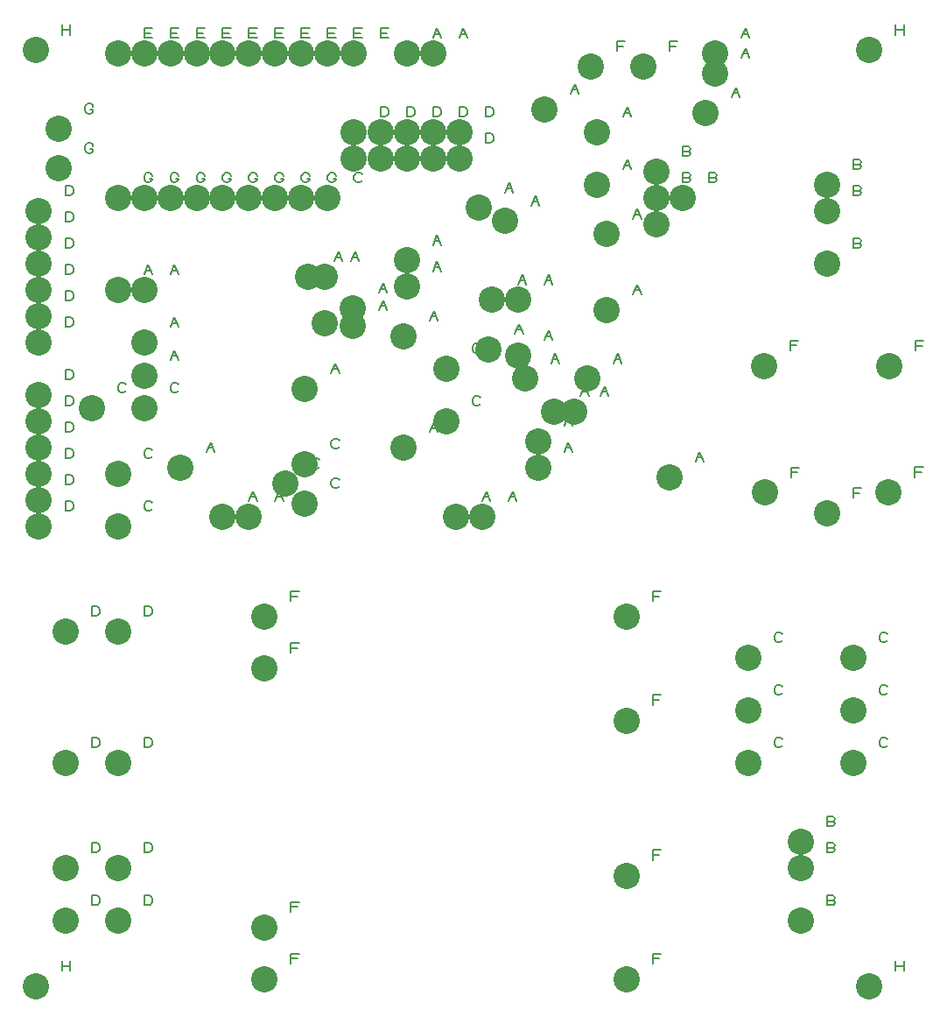
<source format=gbr>
%FSLAX23Y23*%
%MOIN*%
G04 EasyPC Gerber Version 14.0.2 Build 2922 *
%ADD25C,0.00500*%
%ADD24C,0.10000*%
X0Y0D02*
D02*
D24*
X754Y190D03*
Y3753D03*
X766Y1940D03*
Y2040D03*
Y2140D03*
Y2240D03*
Y2340D03*
Y2440D03*
Y2640D03*
Y2740D03*
Y2840D03*
Y2940D03*
Y3040D03*
Y3140D03*
X842Y3303D03*
Y3453D03*
X867Y440D03*
Y640D03*
Y1040D03*
Y1540D03*
X967Y2390D03*
X1067Y440D03*
Y640D03*
Y1040D03*
Y1540D03*
Y1940D03*
Y2140D03*
Y2840D03*
Y3190D03*
Y3740D03*
X1167Y2390D03*
Y2515D03*
Y2640D03*
Y2840D03*
Y3190D03*
Y3740D03*
X1267Y3190D03*
Y3740D03*
X1304Y2165D03*
X1367Y3190D03*
Y3740D03*
X1466Y1978D03*
Y3190D03*
Y3740D03*
X1566Y1978D03*
Y3190D03*
Y3740D03*
X1626Y218D03*
Y415D03*
Y1399D03*
Y1596D03*
X1666Y3190D03*
Y3740D03*
X1704Y2103D03*
X1766Y3190D03*
Y3740D03*
X1779Y2028D03*
Y2178D03*
Y2465D03*
X1791Y2890D03*
X1854Y2715D03*
Y2890D03*
X1866Y3190D03*
Y3740D03*
X1962Y2705D03*
Y2770D03*
X1966Y3340D03*
Y3440D03*
Y3740D03*
X2067Y3340D03*
Y3440D03*
X2154Y2240D03*
Y2665D03*
X2167Y2853D03*
Y2953D03*
Y3340D03*
Y3440D03*
Y3740D03*
X2267Y3340D03*
Y3440D03*
Y3740D03*
X2317Y2340D03*
Y2540D03*
X2354Y1978D03*
X2367Y3340D03*
Y3440D03*
X2442Y3153D03*
X2454Y1978D03*
X2479Y2615D03*
X2492Y2803D03*
X2542Y3103D03*
X2592Y2590D03*
Y2803D03*
X2617Y2503D03*
X2667Y2165D03*
Y2265D03*
X2692Y3528D03*
X2729Y2378D03*
X2804D03*
X2854Y2503D03*
X2867Y3690D03*
X2892Y3240D03*
Y3440D03*
X2929Y2765D03*
Y3053D03*
X3004Y218D03*
Y612D03*
Y1202D03*
Y1596D03*
X3067Y3690D03*
X3117Y3090D03*
Y3190D03*
Y3290D03*
X3167Y2128D03*
X3217Y3190D03*
X3304Y3515D03*
X3342Y3665D03*
Y3740D03*
X3467Y1040D03*
Y1240D03*
Y1440D03*
X3528Y2551D03*
X3530Y2069D03*
X3667Y440D03*
Y640D03*
Y740D03*
X3767Y1990D03*
Y2940D03*
Y3140D03*
Y3240D03*
X3867Y1040D03*
Y1240D03*
Y1440D03*
X3929Y190D03*
Y3753D03*
X4003Y2069D03*
X4005Y2550D03*
D02*
D25*
X854Y249D02*
Y287D01*
Y268D02*
X885D01*
Y249D02*
Y287D01*
X854Y3812D02*
Y3849D01*
Y3831D02*
X885D01*
Y3812D02*
Y3849D01*
X867Y1999D02*
Y2037D01*
X885*
X891Y2034*
X895Y2031*
X898Y2024*
Y2012*
X895Y2006*
X891Y2003*
X885Y1999*
X867*
Y2099D02*
Y2137D01*
X885*
X891Y2134*
X895Y2131*
X898Y2124*
Y2112*
X895Y2106*
X891Y2103*
X885Y2099*
X867*
Y2199D02*
Y2237D01*
X885*
X891Y2234*
X895Y2231*
X898Y2224*
Y2212*
X895Y2206*
X891Y2203*
X885Y2199*
X867*
Y2299D02*
Y2337D01*
X885*
X891Y2334*
X895Y2331*
X898Y2324*
Y2312*
X895Y2306*
X891Y2303*
X885Y2299*
X867*
Y2399D02*
Y2437D01*
X885*
X891Y2434*
X895Y2431*
X898Y2424*
Y2412*
X895Y2406*
X891Y2403*
X885Y2399*
X867*
Y2499D02*
Y2537D01*
X885*
X891Y2534*
X895Y2531*
X898Y2524*
Y2512*
X895Y2506*
X891Y2503*
X885Y2499*
X867*
Y2699D02*
Y2737D01*
X885*
X891Y2734*
X895Y2731*
X898Y2724*
Y2712*
X895Y2706*
X891Y2703*
X885Y2699*
X867*
Y2799D02*
Y2837D01*
X885*
X891Y2834*
X895Y2831*
X898Y2824*
Y2812*
X895Y2806*
X891Y2803*
X885Y2799*
X867*
Y2899D02*
Y2937D01*
X885*
X891Y2934*
X895Y2931*
X898Y2924*
Y2912*
X895Y2906*
X891Y2903*
X885Y2899*
X867*
Y2999D02*
Y3037D01*
X885*
X891Y3034*
X895Y3031*
X898Y3024*
Y3012*
X895Y3006*
X891Y3003*
X885Y2999*
X867*
Y3099D02*
Y3137D01*
X885*
X891Y3134*
X895Y3131*
X898Y3124*
Y3112*
X895Y3106*
X891Y3103*
X885Y3099*
X867*
Y3199D02*
Y3237D01*
X885*
X891Y3234*
X895Y3231*
X898Y3224*
Y3212*
X895Y3206*
X891Y3203*
X885Y3199*
X867*
X963Y3378D02*
X973D01*
Y3374*
X970Y3368*
X967Y3365*
X960Y3362*
X954*
X948Y3365*
X945Y3368*
X941Y3374*
Y3387*
X945Y3393*
X948Y3396*
X954Y3399*
X960*
X967Y3396*
X970Y3393*
X973Y3387*
X963Y3528D02*
X973D01*
Y3524*
X970Y3518*
X967Y3515*
X960Y3512*
X954*
X948Y3515*
X945Y3518*
X941Y3524*
Y3537*
X945Y3543*
X948Y3546*
X954Y3549*
X960*
X967Y3546*
X970Y3543*
X973Y3537*
X967Y499D02*
Y537D01*
X985*
X992Y534*
X995Y531*
X998Y524*
Y512*
X995Y506*
X992Y502*
X985Y499*
X967*
Y699D02*
Y737D01*
X985*
X992Y734*
X995Y731*
X998Y724*
Y712*
X995Y706*
X992Y703*
X985Y699*
X967*
Y1099D02*
Y1137D01*
X985*
X992Y1134*
X995Y1131*
X998Y1124*
Y1112*
X995Y1106*
X992Y1103*
X985Y1099*
X967*
Y1599D02*
Y1637D01*
X985*
X992Y1634*
X995Y1631*
X998Y1624*
Y1612*
X995Y1606*
X992Y1603*
X985Y1599*
X967*
X1098Y2456D02*
X1095Y2453D01*
X1088Y2449*
X1079*
X1073Y2453*
X1070Y2456*
X1067Y2462*
Y2474*
X1070Y2481*
X1073Y2484*
X1079Y2487*
X1088*
X1095Y2484*
X1098Y2481*
X1167Y499D02*
Y537D01*
X1185*
X1192Y534*
X1195Y531*
X1198Y524*
Y512*
X1195Y506*
X1192Y502*
X1185Y499*
X1167*
Y699D02*
Y737D01*
X1185*
X1192Y734*
X1195Y731*
X1198Y724*
Y712*
X1195Y706*
X1192Y703*
X1185Y699*
X1167*
Y1099D02*
Y1137D01*
X1185*
X1192Y1134*
X1195Y1131*
X1198Y1124*
Y1112*
X1195Y1106*
X1192Y1103*
X1185Y1099*
X1167*
Y1599D02*
Y1637D01*
X1185*
X1192Y1634*
X1195Y1631*
X1198Y1624*
Y1612*
X1195Y1606*
X1192Y1603*
X1185Y1599*
X1167*
X1198Y2006D02*
X1195Y2003D01*
X1188Y1999*
X1179*
X1173Y2003*
X1170Y2006*
X1167Y2012*
Y2024*
X1170Y2031*
X1173Y2034*
X1179Y2037*
X1188*
X1195Y2034*
X1198Y2031*
Y2206D02*
X1195Y2203D01*
X1188Y2199*
X1179*
X1173Y2203*
X1170Y2206*
X1167Y2212*
Y2224*
X1170Y2231*
X1173Y2234*
X1179Y2237*
X1188*
X1195Y2234*
X1198Y2231*
X1167Y2899D02*
X1182Y2937D01*
X1198Y2899*
X1173Y2915D02*
X1192D01*
X1188Y3265D02*
X1198D01*
Y3262*
X1195Y3256*
X1192Y3253*
X1185Y3249*
X1179*
X1173Y3253*
X1170Y3256*
X1167Y3262*
Y3274*
X1170Y3281*
X1173Y3284*
X1179Y3287*
X1185*
X1192Y3284*
X1195Y3281*
X1198Y3274*
X1167Y3799D02*
Y3837D01*
X1198*
X1192Y3818D02*
X1167D01*
Y3799D02*
X1198D01*
X1298Y2456D02*
X1295Y2453D01*
X1288Y2449*
X1279*
X1273Y2453*
X1270Y2456*
X1267Y2462*
Y2474*
X1270Y2481*
X1273Y2484*
X1279Y2487*
X1288*
X1295Y2484*
X1298Y2481*
X1267Y2574D02*
X1282Y2612D01*
X1298Y2574*
X1273Y2590D02*
X1292D01*
X1267Y2699D02*
X1282Y2737D01*
X1298Y2699*
X1273Y2715D02*
X1292D01*
X1267Y2899D02*
X1282Y2937D01*
X1298Y2899*
X1273Y2915D02*
X1292D01*
X1288Y3265D02*
X1298D01*
Y3262*
X1295Y3256*
X1292Y3253*
X1285Y3249*
X1279*
X1273Y3253*
X1270Y3256*
X1267Y3262*
Y3274*
X1270Y3281*
X1273Y3284*
X1279Y3287*
X1285*
X1292Y3284*
X1295Y3281*
X1298Y3274*
X1267Y3799D02*
Y3837D01*
X1298*
X1292Y3818D02*
X1267D01*
Y3799D02*
X1298D01*
X1388Y3265D02*
X1398D01*
Y3262*
X1395Y3256*
X1391Y3253*
X1385Y3249*
X1379*
X1373Y3253*
X1370Y3256*
X1367Y3262*
Y3274*
X1370Y3281*
X1373Y3284*
X1379Y3287*
X1385*
X1391Y3284*
X1395Y3281*
X1398Y3274*
X1367Y3799D02*
Y3837D01*
X1398*
X1391Y3818D02*
X1367D01*
Y3799D02*
X1398D01*
X1404Y2224D02*
X1420Y2262D01*
X1435Y2224*
X1410Y2240D02*
X1429D01*
X1488Y3265D02*
X1498D01*
Y3262*
X1495Y3256*
X1492Y3253*
X1485Y3249*
X1479*
X1473Y3253*
X1470Y3256*
X1466Y3262*
Y3274*
X1470Y3281*
X1473Y3284*
X1479Y3287*
X1485*
X1492Y3284*
X1495Y3281*
X1498Y3274*
X1466Y3799D02*
Y3837D01*
X1498*
X1492Y3818D02*
X1466D01*
Y3799D02*
X1498D01*
X1566Y2037D02*
X1582Y2074D01*
X1598Y2037*
X1573Y2053D02*
X1591D01*
X1588Y3265D02*
X1598D01*
Y3262*
X1595Y3256*
X1591Y3253*
X1585Y3249*
X1579*
X1573Y3253*
X1570Y3256*
X1566Y3262*
Y3274*
X1570Y3281*
X1573Y3284*
X1579Y3287*
X1585*
X1591Y3284*
X1595Y3281*
X1598Y3274*
X1566Y3799D02*
Y3837D01*
X1598*
X1591Y3818D02*
X1566D01*
Y3799D02*
X1598D01*
X1666Y2037D02*
X1682Y2074D01*
X1698Y2037*
X1673Y2053D02*
X1691D01*
X1688Y3265D02*
X1698D01*
Y3262*
X1695Y3256*
X1691Y3253*
X1685Y3249*
X1679*
X1673Y3253*
X1670Y3256*
X1666Y3262*
Y3274*
X1670Y3281*
X1673Y3284*
X1679Y3287*
X1685*
X1691Y3284*
X1695Y3281*
X1698Y3274*
X1666Y3799D02*
Y3837D01*
X1698*
X1691Y3818D02*
X1666D01*
Y3799D02*
X1698D01*
X1726Y278D02*
Y315D01*
X1757*
X1751Y296D02*
X1726D01*
Y474D02*
Y512D01*
X1757*
X1751Y493D02*
X1726D01*
Y1459D02*
Y1496D01*
X1757*
X1751Y1477D02*
X1726D01*
Y1656D02*
Y1693D01*
X1757*
X1751Y1674D02*
X1726D01*
X1788Y3265D02*
X1798D01*
Y3262*
X1795Y3256*
X1791Y3253*
X1785Y3249*
X1779*
X1773Y3253*
X1770Y3256*
X1766Y3262*
Y3274*
X1770Y3281*
X1773Y3284*
X1779Y3287*
X1785*
X1791Y3284*
X1795Y3281*
X1798Y3274*
X1766Y3799D02*
Y3837D01*
X1798*
X1791Y3818D02*
X1766D01*
Y3799D02*
X1798D01*
X1835Y2168D02*
X1832Y2165D01*
X1826Y2162*
X1816*
X1810Y2165*
X1807Y2168*
X1804Y2174*
Y2187*
X1807Y2193*
X1810Y2196*
X1816Y2199*
X1826*
X1832Y2196*
X1835Y2193*
X1888Y3265D02*
X1898D01*
Y3262*
X1895Y3256*
X1891Y3253*
X1885Y3249*
X1879*
X1873Y3253*
X1870Y3256*
X1866Y3262*
Y3274*
X1870Y3281*
X1873Y3284*
X1879Y3287*
X1885*
X1891Y3284*
X1895Y3281*
X1898Y3274*
X1866Y3799D02*
Y3837D01*
X1898*
X1891Y3818D02*
X1866D01*
Y3799D02*
X1898D01*
X1910Y2093D02*
X1907Y2090D01*
X1901Y2087*
X1891*
X1885Y2090*
X1882Y2093*
X1879Y2099*
Y2112*
X1882Y2118*
X1885Y2121*
X1891Y2124*
X1901*
X1907Y2121*
X1910Y2118*
Y2243D02*
X1907Y2240D01*
X1901Y2237*
X1891*
X1885Y2240*
X1882Y2243*
X1879Y2249*
Y2262*
X1882Y2268*
X1885Y2271*
X1891Y2274*
X1901*
X1907Y2271*
X1910Y2268*
X1879Y2524D02*
X1895Y2562D01*
X1910Y2524*
X1885Y2540D02*
X1904D01*
X1891Y2949D02*
X1907Y2987D01*
X1923Y2949*
X1898Y2965D02*
X1916D01*
X1954Y2774D02*
X1970Y2812D01*
X1985Y2774*
X1960Y2790D02*
X1979D01*
X1954Y2949D02*
X1970Y2987D01*
X1985Y2949*
X1960Y2965D02*
X1979D01*
X1998Y3256D02*
X1995Y3253D01*
X1988Y3249*
X1979*
X1973Y3253*
X1970Y3256*
X1966Y3262*
Y3274*
X1970Y3281*
X1973Y3284*
X1979Y3287*
X1988*
X1995Y3284*
X1998Y3281*
X1966Y3799D02*
Y3837D01*
X1998*
X1991Y3818D02*
X1966D01*
Y3799D02*
X1998D01*
X2062Y2764D02*
X2077Y2802D01*
X2093Y2764*
X2068Y2780D02*
X2087D01*
X2062Y2829D02*
X2077Y2867D01*
X2093Y2829*
X2068Y2845D02*
X2087D01*
X2067Y3399D02*
Y3437D01*
X2085*
X2092Y3434*
X2095Y3431*
X2098Y3424*
Y3412*
X2095Y3406*
X2092Y3403*
X2085Y3399*
X2067*
Y3499D02*
Y3537D01*
X2085*
X2092Y3534*
X2095Y3531*
X2098Y3524*
Y3512*
X2095Y3506*
X2092Y3503*
X2085Y3499*
X2067*
Y3799D02*
Y3837D01*
X2098*
X2092Y3818D02*
X2067D01*
Y3799D02*
X2098D01*
X2167Y3399D02*
Y3437D01*
X2185*
X2192Y3434*
X2195Y3431*
X2198Y3424*
Y3412*
X2195Y3406*
X2192Y3403*
X2185Y3399*
X2167*
Y3499D02*
Y3537D01*
X2185*
X2192Y3534*
X2195Y3531*
X2198Y3524*
Y3512*
X2195Y3506*
X2192Y3503*
X2185Y3499*
X2167*
X2254Y2299D02*
X2270Y2337D01*
X2285Y2299*
X2260Y2315D02*
X2279D01*
X2254Y2724D02*
X2270Y2762D01*
X2285Y2724*
X2260Y2740D02*
X2279D01*
X2267Y2912D02*
X2282Y2949D01*
X2298Y2912*
X2273Y2928D02*
X2292D01*
X2267Y3012D02*
X2282Y3049D01*
X2298Y3012*
X2273Y3028D02*
X2292D01*
X2267Y3399D02*
Y3437D01*
X2285*
X2292Y3434*
X2295Y3431*
X2298Y3424*
Y3412*
X2295Y3406*
X2292Y3403*
X2285Y3399*
X2267*
Y3499D02*
Y3537D01*
X2285*
X2292Y3534*
X2295Y3531*
X2298Y3524*
Y3512*
X2295Y3506*
X2292Y3503*
X2285Y3499*
X2267*
Y3799D02*
X2282Y3837D01*
X2298Y3799*
X2273Y3815D02*
X2292D01*
X2367Y3399D02*
Y3437D01*
X2385*
X2392Y3434*
X2395Y3431*
X2398Y3424*
Y3412*
X2395Y3406*
X2392Y3403*
X2385Y3399*
X2367*
Y3499D02*
Y3537D01*
X2385*
X2392Y3534*
X2395Y3531*
X2398Y3524*
Y3512*
X2395Y3506*
X2392Y3503*
X2385Y3499*
X2367*
Y3799D02*
X2382Y3837D01*
X2398Y3799*
X2373Y3815D02*
X2392D01*
X2448Y2406D02*
X2445Y2403D01*
X2438Y2399*
X2429*
X2423Y2403*
X2420Y2406*
X2417Y2412*
Y2424*
X2420Y2431*
X2423Y2434*
X2429Y2437*
X2438*
X2445Y2434*
X2448Y2431*
Y2606D02*
X2445Y2603D01*
X2438Y2599*
X2429*
X2423Y2603*
X2420Y2606*
X2417Y2612*
Y2624*
X2420Y2631*
X2423Y2634*
X2429Y2637*
X2438*
X2445Y2634*
X2448Y2631*
X2454Y2037D02*
X2470Y2074D01*
X2485Y2037*
X2460Y2053D02*
X2479D01*
X2467Y3399D02*
Y3437D01*
X2485*
X2492Y3434*
X2495Y3431*
X2498Y3424*
Y3412*
X2495Y3406*
X2492Y3403*
X2485Y3399*
X2467*
Y3499D02*
Y3537D01*
X2485*
X2492Y3534*
X2495Y3531*
X2498Y3524*
Y3512*
X2495Y3506*
X2492Y3503*
X2485Y3499*
X2467*
X2542Y3212D02*
X2557Y3249D01*
X2573Y3212*
X2548Y3228D02*
X2567D01*
X2554Y2037D02*
X2570Y2074D01*
X2585Y2037*
X2560Y2053D02*
X2579D01*
Y2674D02*
X2595Y2712D01*
X2610Y2674*
X2585Y2690D02*
X2604D01*
X2592Y2862D02*
X2607Y2899D01*
X2623Y2862*
X2598Y2878D02*
X2617D01*
X2642Y3162D02*
X2657Y3199D01*
X2673Y3162*
X2648Y3178D02*
X2667D01*
X2692Y2649D02*
X2707Y2687D01*
X2723Y2649*
X2698Y2665D02*
X2717D01*
X2692Y2862D02*
X2707Y2899D01*
X2723Y2862*
X2698Y2878D02*
X2717D01*
Y2562D02*
X2732Y2599D01*
X2748Y2562*
X2723Y2578D02*
X2742D01*
X2767Y2224D02*
X2782Y2262D01*
X2798Y2224*
X2773Y2240D02*
X2792D01*
X2767Y2324D02*
X2782Y2362D01*
X2798Y2324*
X2773Y2340D02*
X2792D01*
Y3587D02*
X2807Y3624D01*
X2823Y3587*
X2798Y3603D02*
X2817D01*
X2829Y2437D02*
X2845Y2474D01*
X2860Y2437*
X2835Y2453D02*
X2854D01*
X2904Y2437D02*
X2920Y2474D01*
X2935Y2437*
X2910Y2453D02*
X2929D01*
X2954Y2562D02*
X2970Y2599D01*
X2985Y2562*
X2960Y2578D02*
X2979D01*
X2967Y3749D02*
Y3787D01*
X2998*
X2992Y3768D02*
X2967D01*
X2992Y3299D02*
X3007Y3337D01*
X3023Y3299*
X2998Y3315D02*
X3017D01*
X2992Y3499D02*
X3007Y3537D01*
X3023Y3499*
X2998Y3515D02*
X3017D01*
X3029Y2824D02*
X3045Y2862D01*
X3060Y2824*
X3035Y2840D02*
X3054D01*
X3029Y3112D02*
X3045Y3149D01*
X3060Y3112*
X3035Y3128D02*
X3054D01*
X3104Y278D02*
Y315D01*
X3135*
X3129Y296D02*
X3104D01*
Y671D02*
Y709D01*
X3135*
X3129Y690D02*
X3104D01*
Y1262D02*
Y1299D01*
X3135*
X3129Y1281D02*
X3104D01*
Y1656D02*
Y1693D01*
X3135*
X3129Y1674D02*
X3104D01*
X3167Y3749D02*
Y3787D01*
X3198*
X3192Y3768D02*
X3167D01*
X3238Y3168D02*
X3245Y3165D01*
X3248Y3159*
X3245Y3153*
X3238Y3149*
X3217*
Y3187*
X3238*
X3245Y3184*
X3248Y3178*
X3245Y3171*
X3238Y3168*
X3217*
X3238Y3268D02*
X3245Y3265D01*
X3248Y3259*
X3245Y3253*
X3238Y3249*
X3217*
Y3287*
X3238*
X3245Y3284*
X3248Y3278*
X3245Y3271*
X3238Y3268*
X3217*
X3238Y3368D02*
X3245Y3365D01*
X3248Y3359*
X3245Y3353*
X3238Y3349*
X3217*
Y3387*
X3238*
X3245Y3384*
X3248Y3378*
X3245Y3371*
X3238Y3368*
X3217*
X3267Y2187D02*
X3282Y2224D01*
X3298Y2187*
X3273Y2203D02*
X3292D01*
X3338Y3268D02*
X3345Y3265D01*
X3348Y3259*
X3345Y3253*
X3338Y3249*
X3317*
Y3287*
X3338*
X3345Y3284*
X3348Y3278*
X3345Y3271*
X3338Y3268*
X3317*
X3404Y3574D02*
X3420Y3612D01*
X3435Y3574*
X3410Y3590D02*
X3429D01*
X3442Y3724D02*
X3457Y3762D01*
X3473Y3724*
X3448Y3740D02*
X3467D01*
X3442Y3799D02*
X3457Y3837D01*
X3473Y3799*
X3448Y3815D02*
X3467D01*
X3598Y1106D02*
X3595Y1103D01*
X3588Y1099*
X3579*
X3573Y1103*
X3570Y1106*
X3567Y1112*
Y1124*
X3570Y1131*
X3573Y1134*
X3579Y1137*
X3588*
X3595Y1134*
X3598Y1131*
Y1306D02*
X3595Y1303D01*
X3588Y1299*
X3579*
X3573Y1303*
X3570Y1306*
X3567Y1312*
Y1324*
X3570Y1331*
X3573Y1334*
X3579Y1337*
X3588*
X3595Y1334*
X3598Y1331*
Y1506D02*
X3595Y1503D01*
X3588Y1499*
X3579*
X3573Y1503*
X3570Y1506*
X3567Y1512*
Y1524*
X3570Y1531*
X3573Y1534*
X3579Y1537*
X3588*
X3595Y1534*
X3598Y1531*
X3628Y2610D02*
Y2648D01*
X3659*
X3653Y2629D02*
X3628D01*
X3630Y2128D02*
Y2165D01*
X3662*
X3655Y2147D02*
X3630D01*
X3788Y518D02*
X3795Y515D01*
X3798Y509*
X3795Y502*
X3788Y499*
X3767*
Y537*
X3788*
X3795Y534*
X3798Y527*
X3795Y521*
X3788Y518*
X3767*
X3788Y718D02*
X3795Y715D01*
X3798Y709*
X3795Y703*
X3788Y699*
X3767*
Y737*
X3788*
X3795Y734*
X3798Y728*
X3795Y721*
X3788Y718*
X3767*
X3788Y818D02*
X3795Y815D01*
X3798Y809*
X3795Y803*
X3788Y799*
X3767*
Y837*
X3788*
X3795Y834*
X3798Y828*
X3795Y821*
X3788Y818*
X3767*
X3867Y2049D02*
Y2087D01*
X3898*
X3892Y2068D02*
X3867D01*
X3888Y3018D02*
X3895Y3015D01*
X3898Y3009*
X3895Y3003*
X3888Y2999*
X3867*
Y3037*
X3888*
X3895Y3034*
X3898Y3028*
X3895Y3021*
X3888Y3018*
X3867*
X3888Y3218D02*
X3895Y3215D01*
X3898Y3209*
X3895Y3203*
X3888Y3199*
X3867*
Y3237*
X3888*
X3895Y3234*
X3898Y3228*
X3895Y3221*
X3888Y3218*
X3867*
X3888Y3318D02*
X3895Y3315D01*
X3898Y3309*
X3895Y3303*
X3888Y3299*
X3867*
Y3337*
X3888*
X3895Y3334*
X3898Y3328*
X3895Y3321*
X3888Y3318*
X3867*
X3998Y1106D02*
X3995Y1103D01*
X3988Y1099*
X3979*
X3973Y1103*
X3970Y1106*
X3967Y1112*
Y1124*
X3970Y1131*
X3973Y1134*
X3979Y1137*
X3988*
X3995Y1134*
X3998Y1131*
Y1306D02*
X3995Y1303D01*
X3988Y1299*
X3979*
X3973Y1303*
X3970Y1306*
X3967Y1312*
Y1324*
X3970Y1331*
X3973Y1334*
X3979Y1337*
X3988*
X3995Y1334*
X3998Y1331*
Y1506D02*
X3995Y1503D01*
X3988Y1499*
X3979*
X3973Y1503*
X3970Y1506*
X3967Y1512*
Y1524*
X3970Y1531*
X3973Y1534*
X3979Y1537*
X3988*
X3995Y1534*
X3998Y1531*
X4029Y249D02*
Y287D01*
Y268D02*
X4060D01*
Y249D02*
Y287D01*
X4029Y3812D02*
Y3849D01*
Y3831D02*
X4060D01*
Y3812D02*
Y3849D01*
X4103Y2128D02*
Y2166D01*
X4134*
X4128Y2147D02*
X4103D01*
X4105Y2609D02*
Y2647D01*
X4136*
X4130Y2628D02*
X4105D01*
X0Y0D02*
M02*

</source>
